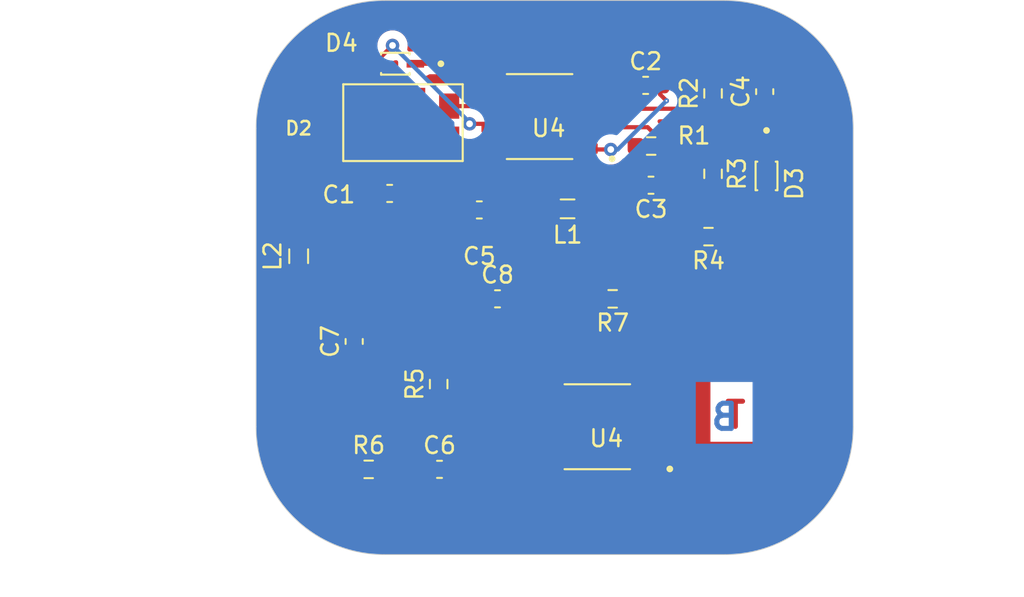
<source format=kicad_pcb>
(kicad_pcb (version 20221018) (generator pcbnew)
  (layers (0 "F.Cu" signal) (31 "B.Cu" signal) (34 "B.Paste" user) (35 "F.Paste" user) (36 "B.SilkS" user "B.Silkscreen") (37 "F.SilkS" user "F.Silkscreen") (38 "B.Mask" user) (39 "F.Mask" user) (44 "Edge.Cuts" user))
  (net 0 "")
  (net 1 "Batteries")
  (net 2 "Earth")
  (net 3 "Net-(D4-K)")
  (net 4 "Net-(#FLG02-pwr)")
  (net 5 "Net-(C3-Pad1)")
  (net 6 "Net-(D3-K)")
  (net 7 "Camera")
  (net 8 "Net-(D3-A)")
  (net 9 "Net-(U4-COMP)")
  (net 10 "Net-(U4-FB)")
  (net 11 "Routeur")
  (net 12 "Net-(U2-FB)")
  (net 13 "Net-(C8-Pad2)")
  (net 14 "Net-(D1-A)")
  (net 15 "Net-(U2-COMP)")
  (footprint "Inductor_SMD:L_0805_2012Metric_Pad1.05x1.20mm_HandSolder" (layer "F.Cu") (at 137.927718 58.138814 180)
    (fp_text reference "L1" (at 0 -1.55) (layer "F.SilkS"))
    (fp_text value "100 µH")
    (fp_line (start -0.410242 -0.56) (end 0.410242 -0.56) (stroke (width 0.12)) (layer "F.SilkS"))
    (fp_line (start -0.410242 0.56) (end 0.410242 0.56) (stroke (width 0.12)) (layer "F.SilkS"))
    (pad "1" smd roundrect (at -1.15 0 180) (size 1.05 1.2) (layers "F.Cu" "F.Paste" "F.Mask") (roundrect_rratio 0.238095) (net 4 "Net-(#FLG02-pwr)"))
    (pad "2" smd roundrect (at 1.15 0 180) (size 1.05 1.2) (layers "F.Cu" "F.Paste" "F.Mask") (roundrect_rratio 0.238095) (net 7 "Camera"))
  )
  (footprint "Capacitor_SMD:C_0603_1608Metric_Pad1.08x0.95mm_HandSolder" (layer "F.Cu") (at 125.225 66.04 90)
    (fp_text reference "C7" (at 0 -1.43 90) (layer "F.SilkS"))
    (fp_text value "470 µF")
    (fp_line (start -0.146267 -0.51) (end 0.146267 -0.51) (stroke (width 0.12)) (layer "F.SilkS"))
    (fp_line (start -0.146267 0.51) (end 0.146267 0.51) (stroke (width 0.12)) (layer "F.SilkS"))
    (pad "1" smd roundrect (at -0.8625 0 90) (size 1.075 0.95) (layers "F.Cu" "F.Paste" "F.Mask") (net 12 "Net-(U2-FB)"))
    (pad "2" smd roundrect (at 0.8625 0 90) (size 1.075 0.95) (layers "F.Cu" "F.Paste" "F.Mask") (net 2 "Earth"))
  )
  (footprint "Resistor_SMD:R_0603_1608Metric_Pad0.98x0.95mm_HandSolder" (layer "F.Cu") (at 146.588594 56.050613 -90)
    (fp_text reference "R3" (at 0 -1.43 90) (layer "F.SilkS"))
    (fp_text value "3.7k")
    (fp_line (start -0.254724 -0.5225) (end 0.254724 -0.5225) (stroke (width 0.12)) (layer "F.SilkS"))
    (fp_line (start -0.254724 0.5225) (end 0.254724 0.5225) (stroke (width 0.12)) (layer "F.SilkS"))
    (pad "1" smd roundrect (at -0.9125 0 270) (size 0.975 0.95) (layers "F.Cu" "F.Paste" "F.Mask") (net 10 "Net-(U4-FB)"))
    (pad "2" smd roundrect (at 0.9125 0 270) (size 0.975 0.95) (layers "F.Cu" "F.Paste" "F.Mask") (net 6 "Net-(D3-K)"))
  )
  (footprint "Capacitor_SMD:C_0603_1608Metric_Pad1.08x0.95mm_HandSolder" (layer "F.Cu") (at 142.894793 56.730268 180)
    (fp_text reference "C3" (at 0 -1.43) (layer "F.SilkS"))
    (fp_text value "1 µF")
    (fp_line (start -0.146267 -0.51) (end 0.146267 -0.51) (stroke (width 0.12)) (layer "F.SilkS"))
    (fp_line (start -0.146267 0.51) (end 0.146267 0.51) (stroke (width 0.12)) (layer "F.SilkS"))
    (pad "1" smd roundrect (at -0.8625 0 180) (size 1.075 0.95) (layers "F.Cu" "F.Paste" "F.Mask") (net 5 "Net-(C3-Pad1)"))
    (pad "2" smd roundrect (at 0.8625 0 180) (size 1.075 0.95) (layers "F.Cu" "F.Paste" "F.Mask") (net 4 "Net-(#FLG02-pwr)"))
  )
  (footprint "Capacitor_SMD:C_0603_1608Metric_Pad1.08x0.95mm_HandSolder" (layer "F.Cu") (at 127.33748 57.22002)
    (fp_text reference "C1" (at -3.030799 0.07191) (layer "F.SilkS"))
    (fp_text value "100 µF")
    (fp_line (start -0.146267 -0.51) (end 0.146267 -0.51) (stroke (width 0.12)) (layer "F.SilkS"))
    (fp_line (start -0.146267 0.51) (end 0.146267 0.51) (stroke (width 0.12)) (layer "F.SilkS"))
    (pad "1" smd roundrect (at -0.8625 0) (size 1.075 0.95) (layers "F.Cu" "F.Paste" "F.Mask") (net 1 "Batteries"))
    (pad "2" smd roundrect (at 0.8625 0) (size 1.075 0.95) (layers "F.Cu" "F.Paste" "F.Mask") (net 2 "Earth"))
  )
  (footprint "Capacitor_SMD:C_0603_1608Metric_Pad1.08x0.95mm_HandSolder" (layer "F.Cu") (at 149.664526 51.154989 90)
    (fp_text reference "C4" (at 0 -1.43 90) (layer "F.SilkS"))
    (fp_text value "1 µF")
    (fp_line (start -0.146267 -0.51) (end 0.146267 -0.51) (stroke (width 0.12)) (layer "F.SilkS"))
    (fp_line (start -0.146267 0.51) (end 0.146267 0.51) (stroke (width 0.12)) (layer "F.SilkS"))
    (pad "1" smd roundrect (at -0.8625 0 90) (size 1.075 0.95) (layers "F.Cu" "F.Paste" "F.Mask") (net 6 "Net-(D3-K)"))
    (pad "2" smd roundrect (at 0.8625 0 90) (size 1.075 0.95) (layers "F.Cu" "F.Paste" "F.Mask") (net 4 "Net-(#FLG02-pwr)"))
  )
  (footprint "Capacitor_SMD:C_0603_1608Metric_Pad1.08x0.95mm_HandSolder" (layer "F.Cu") (at 133.7575 63.5)
    (fp_text reference "C8" (at 0 -1.43) (layer "F.SilkS"))
    (fp_text value "1µF")
    (fp_line (start -0.146267 -0.51) (end 0.146267 -0.51) (stroke (width 0.12)) (layer "F.SilkS"))
    (fp_line (start -0.146267 0.51) (end 0.146267 0.51) (stroke (width 0.12)) (layer "F.SilkS"))
    (pad "1" smd roundrect (at -0.8625 0) (size 1.075 0.95) (layers "F.Cu" "F.Paste" "F.Mask") (net 2 "Earth"))
    (pad "2" smd roundrect (at 0.8625 0) (size 1.075 0.95) (layers "F.Cu" "F.Paste" "F.Mask") (net 13 "Net-(C8-Pad2)"))
  )
  (footprint "Resistor_SMD:R_0603_1608Metric_Pad0.98x0.95mm_HandSolder" (layer "F.Cu") (at 140.6125 63.5 180)
    (fp_text reference "R7" (at 0 -1.43) (layer "F.SilkS"))
    (fp_text value "1k")
    (fp_line (start -0.254724 -0.5225) (end 0.254724 -0.5225) (stroke (width 0.12)) (layer "F.SilkS"))
    (fp_line (start -0.254724 0.5225) (end 0.254724 0.5225) (stroke (width 0.12)) (layer "F.SilkS"))
    (pad "1" smd roundrect (at -0.9125 0 180) (size 0.975 0.95) (layers "F.Cu" "F.Paste" "F.Mask") (net 15 "Net-(U2-COMP)"))
    (pad "2" smd roundrect (at 0.9125 0 180) (size 0.975 0.95) (layers "F.Cu" "F.Paste" "F.Mask") (net 13 "Net-(C8-Pad2)"))
  )
  (footprint "Capacitor_SMD:C_0603_1608Metric_Pad1.08x0.95mm_HandSolder" (layer "F.Cu") (at 130.305 73.66)
    (fp_text reference "C6" (at 0 -1.43) (layer "F.SilkS"))
    (fp_text value "22 µF")
    (fp_line (start -0.146267 -0.51) (end 0.146267 -0.51) (stroke (width 0.12)) (layer "F.SilkS"))
    (fp_line (start -0.146267 0.51) (end 0.146267 0.51) (stroke (width 0.12)) (layer "F.SilkS"))
    (pad "1" smd roundrect (at -0.8625 0) (size 1.075 0.95) (layers "F.Cu" "F.Paste" "F.Mask") (net 11 "Routeur"))
    (pad "2" smd roundrect (at 0.8625 0) (size 1.075 0.95) (layers "F.Cu" "F.Paste" "F.Mask") (net 1 "Batteries"))
  )
  (footprint "Resistor_SMD:R_0603_1608Metric_Pad0.98x0.95mm_HandSolder" (layer "F.Cu") (at 146.588594 51.262156 90)
    (fp_text reference "R2" (at 0 -1.43 90) (layer "F.SilkS"))
    (fp_text value "1.2 k")
    (fp_line (start -0.254724 -0.5225) (end 0.254724 -0.5225) (stroke (width 0.12)) (layer "F.SilkS"))
    (fp_line (start -0.254724 0.5225) (end 0.254724 0.5225) (stroke (width 0.12)) (layer "F.SilkS"))
    (pad "1" smd roundrect (at -0.9125 0 90) (size 0.975 0.95) (layers "F.Cu" "F.Paste" "F.Mask") (net 10 "Net-(U4-FB)"))
    (pad "2" smd roundrect (at 0.9125 0 90) (size 0.975 0.95) (layers "F.Cu" "F.Paste" "F.Mask") (net 4 "Net-(#FLG02-pwr)"))
  )
  (footprint "Resistor_SMD:R_0603_1608Metric_Pad0.98x0.95mm_HandSolder" (layer "F.Cu") (at 142.904441 54.394771 180)
    (fp_text reference "R1" (at -2.546064 0.61266) (layer "F.SilkS"))
    (fp_text value "470")
    (fp_line (start -0.254724 -0.5225) (end 0.254724 -0.5225) (stroke (width 0.12)) (layer "F.SilkS"))
    (fp_line (start -0.254724 0.5225) (end 0.254724 0.5225) (stroke (width 0.12)) (layer "F.SilkS"))
    (pad "1" smd roundrect (at -0.9125 0 180) (size 0.975 0.95) (layers "F.Cu" "F.Paste" "F.Mask") (net 9 "Net-(U4-COMP)"))
    (pad "2" smd roundrect (at 0.9125 0 180) (size 0.975 0.95) (layers "F.Cu" "F.Paste" "F.Mask") (net 5 "Net-(C3-Pad1)"))
  )
  (footprint "Resistor_SMD:R_0603_1608Metric_Pad0.98x0.95mm_HandSolder" (layer "F.Cu") (at 126.0875 73.66)
    (fp_text reference "R6" (at 0 -1.43) (layer "F.SilkS"))
    (fp_text value "1.24k")
    (fp_line (start -0.254724 -0.5225) (end 0.254724 -0.5225) (stroke (width 0.12)) (layer "F.SilkS"))
    (fp_line (start -0.254724 0.5225) (end 0.254724 0.5225) (stroke (width 0.12)) (layer "F.SilkS"))
    (pad "1" smd roundrect (at -0.9125 0) (size 0.975 0.95) (layers "F.Cu" "F.Paste" "F.Mask") (net 12 "Net-(U2-FB)"))
    (pad "2" smd roundrect (at 0.9125 0) (size 0.975 0.95) (layers "F.Cu" "F.Paste" "F.Mask") (net 2 "Earth"))
  )
  (footprint "Inductor_SMD:L_0805_2012Metric_Pad1.05x1.20mm_HandSolder" (layer "F.Cu") (at 121.92 60.96 90)
    (fp_text reference "L2" (at 0 -1.55 90) (layer "F.SilkS"))
    (fp_text value "27 µH")
    (fp_line (start -0.410242 -0.56) (end 0.410242 -0.56) (stroke (width 0.12)) (layer "F.SilkS"))
    (fp_line (start -0.410242 0.56) (end 0.410242 0.56) (stroke (width 0.12)) (layer "F.SilkS"))
    (pad "1" smd roundrect (at -1.15 0 90) (size 1.05 1.2) (layers "F.Cu" "F.Paste" "F.Mask") (roundrect_rratio 0.238095) (net 1 "Batteries"))
    (pad "2" smd roundrect (at 1.15 0 90) (size 1.05 1.2) (layers "F.Cu" "F.Paste" "F.Mask") (roundrect_rratio 0.238095) (net 14 "Net-(D1-A)"))
  )
  (footprint "TO-277:TO-277" (layer "F.Cu") (at 128.13002 53.002577)
    (fp_text reference "D2" (at -6.21002 0.337423) (layer "F.SilkS") (effects (font (size 0.8 0.8))))
    (fp_text value "D_Zener_Small")
    (fp_line (start -3.556 -2.286) (end 3.556 -2.286) (stroke (width 0.127)) (layer "F.SilkS"))
    (fp_line (start -3.556 2.286) (end -3.556 -2.286) (stroke (width 0.127)) (layer "F.SilkS"))
    (fp_line (start 3.556 -2.286) (end 3.556 2.286) (stroke (width 0.127)) (layer "F.SilkS"))
    (fp_line (start 3.556 2.286) (end -3.556 2.286) (stroke (width 0.127)) (layer "F.SilkS"))
    (pad "1" smd rect (at 2.75 -0.985 270) (size 1.5 1.2) (layers "F.Cu" "F.Paste" "F.Mask") (net 4 "Net-(#FLG02-pwr)"))
    (pad "2" smd rect (at 2.75 0.985 270) (size 1.5 1.2) (layers "F.Cu" "F.Paste" "F.Mask") (net 2 "Earth"))
    (pad "3" smd rect (at -1 0 90) (size 4.15 4.65) (layers "F.Cu" "F.Paste" "F.Mask"))
  )
  (footprint "Capacitor_SMD:C_0603_1608Metric_Pad1.08x0.95mm_HandSolder" (layer "F.Cu") (at 142.577447 50.78138)
    (fp_text reference "C2" (at 0 -1.43) (layer "F.SilkS"))
    (fp_text value "2.2 µF")
    (fp_line (start -0.146267 -0.51) (end 0.146267 -0.51) (stroke (width 0.12)) (layer "F.SilkS"))
    (fp_line (start -0.146267 0.51) (end 0.146267 0.51) (stroke (width 0.12)) (layer "F.SilkS"))
    (pad "1" smd roundrect (at -0.8625 0) (size 1.075 0.95) (layers "F.Cu" "F.Paste" "F.Mask") (net 3 "Net-(D4-K)"))
    (pad "2" smd roundrect (at 0.8625 0) (size 1.075 0.95) (layers "F.Cu" "F.Paste" "F.Mask") (net 4 "Net-(#FLG02-pwr)"))
  )
  (footprint "Resistor_SMD:R_0603_1608Metric_Pad0.98x0.95mm_HandSolder" (layer "F.Cu") (at 130.255 68.58 90)
    (fp_text reference "R5" (at 0 -1.43 90) (layer "F.SilkS"))
    (fp_text value "10.7")
    (fp_line (start -0.254724 -0.5225) (end 0.254724 -0.5225) (stroke (width 0.12)) (layer "F.SilkS"))
    (fp_line (start -0.254724 0.5225) (end 0.254724 0.5225) (stroke (width 0.12)) (layer "F.SilkS"))
    (pad "1" smd roundrect (at -0.9125 0 90) (size 0.975 0.95) (layers "F.Cu" "F.Paste" "F.Mask") (net 11 "Routeur"))
    (pad "2" smd roundrect (at 0.9125 0 90) (size 0.975 0.95) (layers "F.Cu" "F.Paste" "F.Mask") (net 12 "Net-(U2-FB)"))
  )
  (footprint "1N4148WS-7-F:SOD2513X120N" (layer "F.Cu") (at 127.675949 49.492759 180)
    (fp_text reference "D4" (at 3.215949 1.232759) (layer "F.SilkS"))
    (fp_text value "1N4148")
    (fp_line (start -0.85 -0.65) (end 0.85 -0.65) (stroke (width 0.127)) (layer "F.SilkS"))
    (fp_line (start -0.85 -0.55) (end -0.85 -0.65) (stroke (width 0.127)) (layer "F.SilkS"))
    (fp_line (start -0.85 0.65) (end -0.85 0.55) (stroke (width 0.127)) (layer "F.SilkS"))
    (fp_line (start 0.85 -0.65) (end 0.85 -0.55) (stroke (width 0.127)) (layer "F.SilkS"))
    (fp_line (start 0.85 0.65) (end -0.85 0.65) (stroke (width 0.127)) (layer "F.SilkS"))
    (fp_line (start 0.85 0.65) (end 0.85 0.55) (stroke (width 0.127)) (layer "F.SilkS"))
    (fp_circle (center -2.71 0) (end -2.61 0) (stroke (width 0.2)) (fill none) (layer "F.SilkS"))
    (pad "1" smd rect (at -1.19 0 180) (size 1.04 0.46) (layers "F.Cu" "F.Paste" "F.Mask") (net 3 "Net-(D4-K)"))
    (pad "2" smd rect (at 1.19 0 180) (size 1.04 0.46) (layers "F.Cu" "F.Paste" "F.Mask") (net 1 "Batteries"))
  )
  (footprint "Resistor_SMD:R_0603_1608Metric_Pad0.98x0.95mm_HandSolder" (layer "F.Cu") (at 146.317053 59.794656 180)
    (fp_text reference "R4" (at 0 -1.43) (layer "F.SilkS"))
    (fp_text value "10Ω")
    (fp_line (start -0.254724 -0.5225) (end 0.254724 -0.5225) (stroke (width 0.12)) (layer "F.SilkS"))
    (fp_line (start -0.254724 0.5225) (end 0.254724 0.5225) (stroke (width 0.12)) (layer "F.SilkS"))
    (pad "1" smd roundrect (at -0.9125 0 180) (size 0.975 0.95) (layers "F.Cu" "F.Paste" "F.Mask") (net 8 "Net-(D3-A)"))
    (pad "2" smd roundrect (at 0.9125 0 180) (size 0.975 0.95) (layers "F.Cu" "F.Paste" "F.Mask") (net 7 "Camera"))
  )
  (footprint "1N4148WS-7-F:SOD2513X120N" (layer "F.Cu") (at 149.771787 56.177131 -90)
    (fp_text reference "D3" (at 0.463008 -1.655842 90) (layer "F.SilkS"))
    (fp_text value "1N4148")
    (fp_line (start -0.85 -0.65) (end 0.85 -0.65) (stroke (width 0.127)) (layer "F.SilkS"))
    (fp_line (start -0.85 -0.55) (end -0.85 -0.65) (stroke (width 0.127)) (layer "F.SilkS"))
    (fp_line (start -0.85 0.65) (end -0.85 0.55) (stroke (width 0.127)) (layer "F.SilkS"))
    (fp_line (start 0.85 -0.65) (end 0.85 -0.55) (stroke (width 0.127)) (layer "F.SilkS"))
    (fp_line (start 0.85 0.65) (end -0.85 0.65) (stroke (width 0.127)) (layer "F.SilkS"))
    (fp_line (start 0.85 0.65) (end 0.85 0.55) (stroke (width 0.127)) (layer "F.SilkS"))
    (fp_circle (center -2.71 0) (end -2.61 0) (stroke (width 0.2)) (fill none) (layer "F.SilkS"))
    (pad "1" smd rect (at -1.19 0 270) (size 1.04 0.46) (layers "F.Cu" "F.Paste" "F.Mask") (net 6 "Net-(D3-K)"))
    (pad "2" smd rect (at 1.19 0 270) (size 1.04 0.46) (layers "F.Cu" "F.Paste" "F.Mask") (net 8 "Net-(D3-A)"))
  )
  (footprint "COHOMA Balise:SOIC127P600X175-8N" (layer "F.Cu") (at 136.261941 52.640944 180)
    (fp_text reference "U4" (at -0.535 -0.699056) (layer "F.SilkS"))
    (fp_text value "MIC3172YM")
    (fp_line (start -1.95 -2.53) (end 1.95 -2.53) (stroke (width 0.127)) (layer "F.SilkS"))
    (fp_line (start -1.95 2.53) (end 1.95 2.53) (stroke (width 0.127)) (layer "F.SilkS"))
    (fp_circle (center -4.315 -2.515) (end -4.215 -2.515) (stroke (width 0.2)) (fill none) (layer "F.SilkS"))
    (pad "1" smd roundrect (at -2.605 -1.905 180) (size 1.71 0.61) (layers "F.Cu" "F.Paste" "F.Mask") (roundrect_rratio 0.08) (net 4 "Net-(#FLG02-pwr)"))
    (pad "2" smd roundrect (at -2.605 -0.635 180) (size 1.71 0.61) (layers "F.Cu" "F.Paste" "F.Mask") (roundrect_rratio 0.08) (net 9 "Net-(U4-COMP)"))
    (pad "3" smd roundrect (at -2.605 0.635 180) (size 1.71 0.61) (layers "F.Cu" "F.Paste" "F.Mask") (roundrect_rratio 0.08) (net 10 "Net-(U4-FB)"))
    (pad "4" smd roundrect (at -2.605 1.905 180) (size 1.71 0.61) (layers "F.Cu" "F.Paste" "F.Mask") (roundrect_rratio 0.08) (net 3 "Net-(D4-K)"))
    (pad "5" smd roundrect (at 2.605 1.905 180) (size 1.71 0.61) (layers "F.Cu" "F.Paste" "F.Mask") (roundrect_rratio 0.08) (net 3 "Net-(D4-K)"))
    (pad "6" smd roundrect (at 2.605 0.635 180) (size 1.71 0.61) (layers "F.Cu" "F.Paste" "F.Mask") (roundrect_rratio 0.08) (net 4 "Net-(#FLG02-pwr)"))
    (pad "7" smd roundrect (at 2.605 -0.635 180) (size 1.71 0.61) (layers "F.Cu" "F.Paste" "F.Mask") (roundrect_rratio 0.08) (net 1 "Batteries"))
    (pad "8" smd roundrect (at 2.605 -1.905 180) (size 1.71 0.61) (layers "F.Cu" "F.Paste" "F.Mask") (roundrect_rratio 0.08) (net 4 "Net-(#FLG02-pwr)"))
  )
  (footprint "COHOMA Balise:SOIC127P600X175-8N" (layer "F.Cu") (at 139.7 71.12 180)
    (fp_text reference "U4" (at -0.535 -0.699056) (layer "F.SilkS"))
    (fp_text value "MIC3172YM")
    (fp_line (start -1.95 -2.53) (end 1.95 -2.53) (stroke (width 0.127)) (layer "F.SilkS"))
    (fp_line (start -1.95 2.53) (end 1.95 2.53) (stroke (width 0.127)) (layer "F.SilkS"))
    (fp_circle (center -4.315 -2.515) (end -4.215 -2.515) (stroke (width 0.2)) (fill none) (layer "F.SilkS"))
    (pad "1" smd roundrect (at -2.605 -1.905 180) (size 1.71 0.61) (layers "F.Cu" "F.Paste" "F.Mask") (roundrect_rratio 0.08))
    (pad "2" smd roundrect (at -2.605 -0.635 180) (size 1.71 0.61) (layers "F.Cu" "F.Paste" "F.Mask") (roundrect_rratio 0.08))
    (pad "3" smd roundrect (at -2.605 0.635 180) (size 1.71 0.61) (layers "F.Cu" "F.Paste" "F.Mask") (roundrect_rratio 0.08))
    (pad "4" smd roundrect (at -2.605 1.905 180) (size 1.71 0.61) (layers "F.Cu" "F.Paste" "F.Mask") (roundrect_rratio 0.08))
    (pad "5" smd roundrect (at 2.605 1.905 180) (size 1.71 0.61) (layers "F.Cu" "F.Paste" "F.Mask") (roundrect_rratio 0.08))
    (pad "6" smd roundrect (at 2.605 0.635 180) (size 1.71 0.61) (layers "F.Cu" "F.Paste" "F.Mask") (roundrect_rratio 0.08))
    (pad "7" smd roundrect (at 2.605 -0.635 180) (size 1.71 0.61) (layers "F.Cu" "F.Paste" "F.Mask") (roundrect_rratio 0.08))
    (pad "8" smd roundrect (at 2.605 -1.905 180) (size 1.71 0.61) (layers "F.Cu" "F.Paste" "F.Mask") (roundrect_rratio 0.08))
  )
  (footprint "Capacitor_SMD:C_0603_1608Metric_Pad1.08x0.95mm_HandSolder" (layer "F.Cu") (at 132.674517 58.202501 180)
    (fp_text reference "C5" (at 0 -2.757499) (layer "F.SilkS"))
    (fp_text value "330 µF")
    (fp_line (start -0.146267 -0.51) (end 0.146267 -0.51) (stroke (width 0.12)) (layer "F.SilkS"))
    (fp_line (start -0.146267 0.51) (end 0.146267 0.51) (stroke (width 0.12)) (layer "F.SilkS"))
    (pad "1" smd roundrect (at -0.8625 0 180) (size 1.075 0.95) (layers "F.Cu" "F.Paste" "F.Mask") (net 7 "Camera"))
    (pad "2" smd roundrect (at 0.8625 0 180) (size 1.075 0.95) (layers "F.Cu" "F.Paste" "F.Mask") (net 2 "Earth"))
  )
  (gr_arc (start 147.32 45.72) (mid 152.708154 47.951846) (end 154.94 53.34) (stroke (width 0.05)) (layer "Edge.Cuts"))
  (gr_arc (start 119.38 53.34) (mid 121.611846 47.951846) (end 127 45.72) (stroke (width 0.05)) (layer "Edge.Cuts"))
  (gr_line (start 119.38 53.34) (end 119.38 71.12) (stroke (width 0.05)) (layer "Edge.Cuts"))
  (gr_line (start 127 78.74) (end 147.32 78.74) (stroke (width 0.05)) (layer "Edge.Cuts"))
  (gr_line (start 147.32 45.72) (end 127 45.72) (stroke (width 0.05)) (layer "Edge.Cuts"))
  (gr_arc (start 154.94 71.12) (mid 152.708154 76.508154) (end 147.32 78.74) (stroke (width 0.05)) (layer "Edge.Cuts"))
  (gr_arc (start 127 78.74) (mid 121.611846 76.508154) (end 119.38 71.12) (stroke (width 0.05)) (layer "Edge.Cuts"))
  (gr_line (start 154.94 71.12) (end 154.94 53.34) (stroke (width 0.05)) (layer "Edge.Cuts"))
  (gr_text "Balise_Cohoma\nBUCK/BOOST\n" (at 134.74942 77.599048) (layer "F.Cu") (effects (font (size 0.5 0.5) (thickness 0.125) bold) (justify left bottom)))
  (gr_text "T" (at 147.1475 71.3) (layer "F.Cu") (effects (font (size 1.5 1.5) (thickness 0.3) bold) (justify left bottom)))
  (gr_text "B" (at 148.226813 71.417875) (layer "B.Cu") (effects (font (size 1.5 1.5) (thickness 0.3) bold) (justify left bottom mirror)))
  (segment (start 125.795609 76.2) (end 128.6275 76.2) (width 0.25) (layer "F.Cu") (net 1))
  (segment (start 132.092718 53.072595) (end 133.453592 53.072595) (width 0.25) (layer "F.Cu") (net 1))
  (segment (start 123.496941 51.585656) (end 123.496941 54.241981) (width 0.25) (layer "F.Cu") (net 1))
  (segment (start 121.92 72.324391) (end 125.795609 76.2) (width 0.25) (layer "F.Cu") (net 1))
  (segment (start 128.6275 76.2) (end 131.1675 73.66) (width 0.25) (layer "F.Cu") (net 1))
  (segment (start 126.485949 49.423633) (end 127.50731 48.402272) (width 0.25) (layer "F.Cu") (net 1))
  (segment (start 126.485949 49.492759) (end 126.485949 49.423633) (width 0.25) (layer "F.Cu") (net 1))
  (segment (start 126.485949 49.492759) (end 125.589838 49.492759) (width 0.25) (layer "F.Cu") (net 1))
  (segment (start 123.496941 54.241981) (end 126.47498 57.22002) (width 0.25) (layer "F.Cu") (net 1))
  (segment (start 125.589838 49.492759) (end 123.496941 51.585656) (width 0.25) (layer "F.Cu") (net 1))
  (segment (start 133.453592 53.072595) (end 133.656941 53.275944) (width 0.25) (layer "F.Cu") (net 1))
  (segment (start 121.92 62.11) (end 121.92 72.324391) (width 0.25) (layer "F.Cu") (net 1))
  (segment (start 121.92 62.11) (end 121.92 61.775) (width 0.25) (layer "F.Cu") (net 1))
  (segment (start 121.92 61.775) (end 126.47498 57.22002) (width 0.25) (layer "F.Cu") (net 1))
  (via (at 127.50731 48.402272) (size 0.8) (drill 0.4) (layers "F.Cu" "B.Cu") (net 1))
  (via (at 132.092718 53.072595) (size 0.8) (drill 0.4) (layers "F.Cu" "B.Cu") (net 1))
  (segment (start 127.50731 48.402272) (end 132.092718 52.98768) (width 0.25) (layer "B.Cu") (net 1))
  (segment (start 132.092718 52.98768) (end 132.092718 53.072595) (width 0.25) (layer "B.Cu") (net 1))
  (segment (start 124.3625 66.04) (end 125.225 65.1775) (width 0.25) (layer "F.Cu") (net 2))
  (segment (start 130.88002 54.53998) (end 130.88002 53.987577) (width 0.25) (layer "F.Cu") (net 2))
  (segment (start 128.19998 57.22002) (end 130.829536 57.22002) (width 0.25) (layer "F.Cu") (net 2))
  (segment (start 131.812017 62.417017) (end 131.812017 58.202501) (width 0.25) (layer "F.Cu") (net 2))
  (segment (start 128.19998 62.20252) (end 128.19998 57.22002) (width 0.25) (layer "F.Cu") (net 2))
  (segment (start 127 73.66) (end 126.2 74.46) (width 0.25) (layer "F.Cu") (net 2))
  (segment (start 132.895 63.5) (end 131.812017 62.417017) (width 0.25) (layer "F.Cu") (net 2))
  (segment (start 126.2 74.46) (end 124.692005 74.46) (width 0.25) (layer "F.Cu") (net 2))
  (segment (start 124.3625 74.130495) (end 124.3625 66.04) (width 0.25) (layer "F.Cu") (net 2))
  (segment (start 125.225 65.1775) (end 128.19998 62.20252) (width 0.25) (layer "F.Cu") (net 2))
  (segment (start 124.692005 74.46) (end 124.3625 74.130495) (width 0.25) (layer "F.Cu") (net 2))
  (segment (start 130.829536 57.22002) (end 131.812017 58.202501) (width 0.25) (layer "F.Cu") (net 2))
  (segment (start 128.19998 57.22002) (end 130.88002 54.53998) (width 0.25) (layer "F.Cu") (net 2))
  (segment (start 128.865949 49.492759) (end 132.413756 49.492759) (width 0.25) (layer "F.Cu") (net 3))
  (segment (start 138.866941 50.735944) (end 133.656941 50.735944) (width 0.25) (layer "F.Cu") (net 3))
  (segment (start 141.714947 50.78138) (end 141.669511 50.735944) (width 0.25) (layer "F.Cu") (net 3))
  (segment (start 141.669511 50.735944) (end 138.866941 50.735944) (width 0.25) (layer "F.Cu") (net 3))
  (segment (start 132.413756 49.492759) (end 133.656941 50.735944) (width 0.25) (layer "F.Cu") (net 3))
  (segment (start 146.588594 50.349656) (end 146.15687 50.78138) (width 0.25) (layer "F.Cu") (net 4))
  (segment (start 138.866941 54.545944) (end 138.866941 55.110945) (width 0.25) (layer "F.Cu") (net 4))
  (segment (start 146.15687 50.78138) (end 143.439947 50.78138) (width 0.25) (layer "F.Cu") (net 4))
  (segment (start 142.032293 56.730268) (end 140.486264 56.730268) (width 0.25) (layer "F.Cu") (net 4))
  (segment (start 134.836941 53.686977) (end 133.977974 54.545944) (width 0.25) (layer "F.Cu") (net 4))
  (segment (start 133.977974 54.545944) (end 133.656941 54.545944) (width 0.25) (layer "F.Cu") (net 4))
  (segment (start 143.439947 51.323162) (end 143.816941 51.700156) (width 0.25) (layer "F.Cu") (net 4))
  (segment (start 134.479007 52.005944) (end 134.836941 52.363878) (width 0.25) (layer "F.Cu") (net 4))
  (segment (start 138.866941 55.110945) (end 140.486264 56.730268) (width 0.25) (layer "F.Cu") (net 4))
  (segment (start 133.645308 52.017577) (end 130.88002 52.017577) (width 0.25) (layer "F.Cu") (net 4))
  (segment (start 149.607359 50.349656) (end 146.588594 50.349656) (width 0.25) (layer "F.Cu") (net 4))
  (segment (start 133.656941 52.005944) (end 133.645308 52.017577) (width 0.25) (layer "F.Cu") (net 4))
  (segment (start 134.836941 52.363878) (end 134.836941 53.686977) (width 0.25) (layer "F.Cu") (net 4))
  (segment (start 140.499298 54.601064) (end 138.922061 54.601064) (width 0.25) (layer "F.Cu") (net 4))
  (segment (start 143.439947 50.78138) (end 143.439947 51.323162) (width 0.25) (layer "F.Cu") (net 4))
  (segment (start 133.656941 52.005944) (end 134.479007 52.005944) (width 0.25) (layer "F.Cu") (net 4))
  (segment (start 138.922061 54.601064) (end 138.866941 54.545944) (width 0.25) (layer "F.Cu") (net 4))
  (segment (start 140.486264 56.730268) (end 139.077718 58.138814) (width 0.25) (layer "F.Cu") (net 4))
  (segment (start 149.664526 50.292489) (end 149.607359 50.349656) (width 0.25) (layer "F.Cu") (net 4))
  (segment (start 138.866941 54.545944) (end 133.656941 54.545944) (width 0.25) (layer "F.Cu") (net 4))
  (via (at 140.499298 54.601064) (size 0.8) (drill 0.4) (layers "F.Cu" "B.Cu") (net 4))
  (via micro (at 143.816941 51.700156) (size 0.3) (drill 0.1) (layers "F.Cu" "B.Cu") (net 4))
  (segment (start 140.916033 54.601064) (end 140.499298 54.601064) (width 0.25) (layer "B.Cu") (net 4))
  (segment (start 143.816941 51.700156) (end 140.916033 54.601064) (width 0.25) (layer "B.Cu") (net 4))
  (segment (start 143.757293 56.730268) (end 143.757293 56.160123) (width 0.25) (layer "F.Cu") (net 5))
  (segment (start 143.757293 56.160123) (end 141.991941 54.394771) (width 0.25) (layer "F.Cu") (net 5))
  (segment (start 149.664526 52.017489) (end 149.771787 52.12475) (width 0.25) (layer "F.Cu") (net 6))
  (segment (start 149.771787 52.12475) (end 149.771787 54.987131) (width 0.25) (layer "F.Cu") (net 6))
  (segment (start 149.771787 54.987131) (end 148.564576 54.987131) (width 0.25) (layer "F.Cu") (net 6))
  (segment (start 148.564576 54.987131) (end 146.588594 56.963113) (width 0.25) (layer "F.Cu") (net 6))
  (segment (start 133.600704 58.138814) (end 136.777718 58.138814) (width 0.25) (layer "F.Cu") (net 7))
  (segment (start 138.43356 59.794656) (end 136.777718 58.138814) (width 0.25) (layer "F.Cu") (net 7))
  (segment (start 133.537017 58.202501) (end 133.600704 58.138814) (width 0.25) (layer "F.Cu") (net 7))
  (segment (start 145.404553 59.794656) (end 138.43356 59.794656) (width 0.25) (layer "F.Cu") (net 7))
  (segment (start 149.657078 57.367131) (end 149.771787 57.367131) (width 0.25) (layer "F.Cu") (net 8))
  (segment (start 147.229553 59.794656) (end 149.657078 57.367131) (width 0.25) (layer "F.Cu") (net 8))
  (segment (start 142.698114 53.275944) (end 138.866941 53.275944) (width 0.25) (layer "F.Cu") (net 9))
  (segment (start 143.816941 54.394771) (end 142.698114 53.275944) (width 0.25) (layer "F.Cu") (net 9))
  (segment (start 139.035653 52.174656) (end 138.866941 52.005944) (width 0.25) (layer "F.Cu") (net 10))
  (segment (start 146.588594 55.138113) (end 146.588594 52.174656) (width 0.25) (layer "F.Cu") (net 10))
  (segment (start 146.588594 52.174656) (end 139.035653 52.174656) (width 0.25) (layer "F.Cu") (net 10))
  (segment (start 129.4425 73.66) (end 130.255 72.8475) (width 0.25) (layer "F.Cu") (net 11))
  (segment (start 130.255 72.8475) (end 130.255 69.4925) (width 0.25) (layer "F.Cu") (net 11))
  (segment (start 125.99 67.6675) (end 125.225 66.9025) (width 0.25) (layer "F.Cu") (net 12))
  (segment (start 130.255 67.6675) (end 125.99 67.6675) (width 0.25) (layer "F.Cu") (net 12))
  (segment (start 125.175 73.66) (end 125.175 66.9525) (width 0.25) (layer "F.Cu") (net 12))
  (segment (start 125.175 66.9525) (end 125.225 66.9025) (width 0.25) (layer "F.Cu") (net 12))
  (segment (start 139.7 63.5) (end 134.62 63.5) (width 0.25) (layer "F.Cu") (net 13))
  (zone (net 0) (net_name "") (layer "F.Cu") (connect_pads (clearance 0.5)) (min_thickness 0.25) (fill yes (thermal_gap 0.5) (thermal_bridge_width 0.5) (island_removal_mode 1) (island_area_min 10))
    (polygon (pts (xy 104.14 45.72) (xy 165.1 45.72) (xy 165.1 81.28) (xy 104.14 81.28)))
  )
  (zone (net 0) (net_name "") (layer "B.Cu") (priority 1) (connect_pads (clearance 0.5)) (min_thickness 0.25) (fill yes (thermal_gap 0.5) (thermal_bridge_width 0.5) (island_removal_mode 1) (island_area_min 10))
    (polygon (pts (xy 104.14 45.72) (xy 165.1 45.72) (xy 165.1 81.28) (xy 104.14 81.28)))
  )
)
</source>
